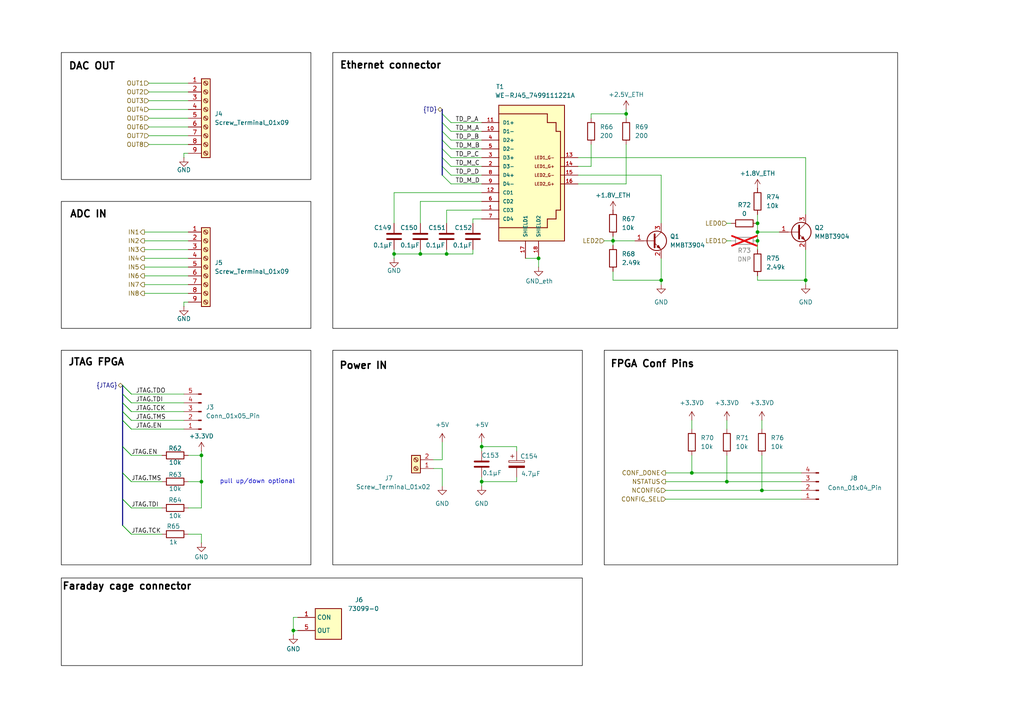
<source format=kicad_sch>
(kicad_sch (version 20250114) (generator "eeschema") (generator_version "9.0")
  (paper "A4")
  (lib_symbols
    (symbol "Connector:Conn_01x04_Pin" (pin_names (offset 1.016) (hide yes))
      (property "Reference" "J" (at 0 5.08 0))
      (property "Value" "Conn_01x04_Pin" (at 0 -7.62 0))
      (symbol "Conn_01x04_Pin_1_1"
        (rectangle (start 0.8636 2.667) (end 0 2.413) (stroke (width 0.1524)) (fill (type outline)))
        (rectangle (start 0.8636 0.127) (end 0 -0.127) (stroke (width 0.1524)) (fill (type outline)))
        (rectangle (start 0.8636 -2.413) (end 0 -2.667) (stroke (width 0.1524)) (fill (type outline)))
        (rectangle (start 0.8636 -4.953) (end 0 -5.207) (stroke (width 0.1524)) (fill (type outline)))
        (polyline (pts (xy 1.27 2.54) (xy 0.8636 2.54)) (stroke (width 0.1524)))
        (polyline (pts (xy 1.27 0) (xy 0.8636 0)) (stroke (width 0.1524)))
        (polyline (pts (xy 1.27 -2.54) (xy 0.8636 -2.54)) (stroke (width 0.1524)))
        (polyline (pts (xy 1.27 -5.08) (xy 0.8636 -5.08)) (stroke (width 0.1524)))
        (pin passive line (at 5.08 2.54 180) (length 3.81) (name "Pin_1") (number "1"))
        (pin passive line (at 5.08 0 180) (length 3.81) (name "Pin_2") (number "2"))
        (pin passive line (at 5.08 -2.54 180) (length 3.81) (name "Pin_3") (number "3"))
        (pin passive line (at 5.08 -5.08 180) (length 3.81) (name "Pin_4") (number "4"))
      )
    )
    (symbol "Connector:Conn_01x05_Pin" (pin_names (offset 1.016) (hide yes))
      (property "Reference" "J" (at 0 7.62 0))
      (property "Value" "Conn_01x05_Pin" (at 0 -7.62 0))
      (symbol "Conn_01x05_Pin_1_1"
        (rectangle (start 0.8636 5.207) (end 0 4.953) (stroke (width 0.1524)) (fill (type outline)))
        (rectangle (start 0.8636 2.667) (end 0 2.413) (stroke (width 0.1524)) (fill (type outline)))
        (rectangle (start 0.8636 0.127) (end 0 -0.127) (stroke (width 0.1524)) (fill (type outline)))
        (rectangle (start 0.8636 -2.413) (end 0 -2.667) (stroke (width 0.1524)) (fill (type outline)))
        (rectangle (start 0.8636 -4.953) (end 0 -5.207) (stroke (width 0.1524)) (fill (type outline)))
        (polyline (pts (xy 1.27 5.08) (xy 0.8636 5.08)) (stroke (width 0.1524)))
        (polyline (pts (xy 1.27 2.54) (xy 0.8636 2.54)) (stroke (width 0.1524)))
        (polyline (pts (xy 1.27 0) (xy 0.8636 0)) (stroke (width 0.1524)))
        (polyline (pts (xy 1.27 -2.54) (xy 0.8636 -2.54)) (stroke (width 0.1524)))
        (polyline (pts (xy 1.27 -5.08) (xy 0.8636 -5.08)) (stroke (width 0.1524)))
        (pin passive line (at 5.08 5.08 180) (length 3.81) (name "Pin_1") (number "1"))
        (pin passive line (at 5.08 2.54 180) (length 3.81) (name "Pin_2") (number "2"))
        (pin passive line (at 5.08 0 180) (length 3.81) (name "Pin_3") (number "3"))
        (pin passive line (at 5.08 -2.54 180) (length 3.81) (name "Pin_4") (number "4"))
        (pin passive line (at 5.08 -5.08 180) (length 3.81) (name "Pin_5") (number "5"))
      )
    )
    (symbol "Connector:Screw_Terminal_01x02" (pin_names (offset 1.016) (hide yes))
      (property "Reference" "J6" (at 7.874 2.794 0))
      (property "Value" "Screw_Terminal_01x02" (at 6.604 5.334 0))
      (symbol "Screw_Terminal_01x02_1_1"
        (rectangle (start -1.27 1.27) (end 1.27 -3.81) (stroke (width 0.254)) (fill (type background)))
        (polyline (pts (xy -0.5334 0.3302) (xy 0.3302 -0.508)) (stroke (width 0.1524)))
        (polyline (pts (xy -0.5334 -2.2098) (xy 0.3302 -3.048)) (stroke (width 0.1524)))
        (polyline (pts (xy -0.3556 0.508) (xy 0.508 -0.3302)) (stroke (width 0.1524)))
        (polyline (pts (xy -0.3556 -2.032) (xy 0.508 -2.8702)) (stroke (width 0.1524)))
        (circle (center 0 0) (radius 0.635) (stroke (width 0.1524)))
        (circle (center 0 -2.54) (radius 0.635) (stroke (width 0.1524)))
        (pin power_out line (at -5.08 0 0) (length 3.81) (name "Pin_1") (number "1"))
        (pin power_out line (at -5.08 -2.54 0) (length 3.81) (name "Pin_2") (number "2"))
      )
    )
    (symbol "Connector:Screw_Terminal_01x09" (pin_names (offset 1.016) (hide yes))
      (property "Reference" "J" (at 0 12.7 0))
      (property "Value" "Screw_Terminal_01x09" (at 0 -12.7 0))
      (symbol "Screw_Terminal_01x09_1_1"
        (rectangle (start -1.27 11.43) (end 1.27 -11.43) (stroke (width 0.254)) (fill (type background)))
        (polyline (pts (xy -0.5334 10.4902) (xy 0.3302 9.652)) (stroke (width 0.1524)))
        (polyline (pts (xy -0.5334 7.9502) (xy 0.3302 7.112)) (stroke (width 0.1524)))
        (polyline (pts (xy -0.5334 5.4102) (xy 0.3302 4.572)) (stroke (width 0.1524)))
        (polyline (pts (xy -0.5334 2.8702) (xy 0.3302 2.032)) (stroke (width 0.1524)))
        (polyline (pts (xy -0.5334 0.3302) (xy 0.3302 -0.508)) (stroke (width 0.1524)))
        (polyline (pts (xy -0.5334 -2.2098) (xy 0.3302 -3.048)) (stroke (width 0.1524)))
        (polyline (pts (xy -0.5334 -4.7498) (xy 0.3302 -5.588)) (stroke (width 0.1524)))
        (polyline (pts (xy -0.5334 -7.2898) (xy 0.3302 -8.128)) (stroke (width 0.1524)))
        (polyline (pts (xy -0.5334 -9.8298) (xy 0.3302 -10.668)) (stroke (width 0.1524)))
        (polyline (pts (xy -0.3556 10.668) (xy 0.508 9.8298)) (stroke (width 0.1524)))
        (polyline (pts (xy -0.3556 8.128) (xy 0.508 7.2898)) (stroke (width 0.1524)))
        (polyline (pts (xy -0.3556 5.588) (xy 0.508 4.7498)) (stroke (width 0.1524)))
        (polyline (pts (xy -0.3556 3.048) (xy 0.508 2.2098)) (stroke (width 0.1524)))
        (polyline (pts (xy -0.3556 0.508) (xy 0.508 -0.3302)) (stroke (width 0.1524)))
        (polyline (pts (xy -0.3556 -2.032) (xy 0.508 -2.8702)) (stroke (width 0.1524)))
        (polyline (pts (xy -0.3556 -4.572) (xy 0.508 -5.4102)) (stroke (width 0.1524)))
        (polyline (pts (xy -0.3556 -7.112) (xy 0.508 -7.9502)) (stroke (width 0.1524)))
        (polyline (pts (xy -0.3556 -9.652) (xy 0.508 -10.4902)) (stroke (width 0.1524)))
        (circle (center 0 10.16) (radius 0.635) (stroke (width 0.1524)))
        (circle (center 0 7.62) (radius 0.635) (stroke (width 0.1524)))
        (circle (center 0 5.08) (radius 0.635) (stroke (width 0.1524)))
        (circle (center 0 2.54) (radius 0.635) (stroke (width 0.1524)))
        (circle (center 0 0) (radius 0.635) (stroke (width 0.1524)))
        (circle (center 0 -2.54) (radius 0.635) (stroke (width 0.1524)))
        (circle (center 0 -5.08) (radius 0.635) (stroke (width 0.1524)))
        (circle (center 0 -7.62) (radius 0.635) (stroke (width 0.1524)))
        (circle (center 0 -10.16) (radius 0.635) (stroke (width 0.1524)))
        (pin passive line (at -5.08 10.16 0) (length 3.81) (name "Pin_1") (number "1"))
        (pin passive line (at -5.08 7.62 0) (length 3.81) (name "Pin_2") (number "2"))
        (pin passive line (at -5.08 5.08 0) (length 3.81) (name "Pin_3") (number "3"))
        (pin passive line (at -5.08 2.54 0) (length 3.81) (name "Pin_4") (number "4"))
        (pin passive line (at -5.08 0 0) (length 3.81) (name "Pin_5") (number "5"))
        (pin passive line (at -5.08 -2.54 0) (length 3.81) (name "Pin_6") (number "6"))
        (pin passive line (at -5.08 -5.08 0) (length 3.81) (name "Pin_7") (number "7"))
        (pin passive line (at -5.08 -7.62 0) (length 3.81) (name "Pin_8") (number "8"))
        (pin passive line (at -5.08 -10.16 0) (length 3.81) (name "Pin_9") (number "9"))
      )
    )
    (symbol "Device:C" (pin_numbers (hide yes)) (pin_names (offset 0.254))
      (property "Reference" "C" (at 0.635 2.54 0))
      (property "Value" "C" (at 0.635 -2.54 0))
      (symbol "C_0_1"
        (polyline (pts (xy -2.032 0.762) (xy 2.032 0.762)) (stroke (width 0.508)))
        (polyline (pts (xy -2.032 -0.762) (xy 2.032 -0.762)) (stroke (width 0.508)))
      )
      (symbol "C_1_1"
        (pin passive line (at 0 3.81 270) (length 2.794) (name "~") (number "1"))
        (pin passive line (at 0 -3.81 90) (length 2.794) (name "~") (number "2"))
      )
    )
    (symbol "Device:C_Polarized" (pin_numbers (hide yes)) (pin_names (offset 0.254))
      (property "Reference" "C" (at 0.635 2.54 0))
      (property "Value" "C_Polarized" (at 0.635 -2.54 0))
      (symbol "C_Polarized_0_1"
        (rectangle (start -2.286 0.508) (end 2.286 1.016))
        (polyline (pts (xy -1.778 2.286) (xy -0.762 2.286)))
        (polyline (pts (xy -1.27 2.794) (xy -1.27 1.778)))
        (rectangle (start 2.286 -0.508) (end -2.286 -1.016) (fill (type outline)))
      )
      (symbol "C_Polarized_1_1"
        (pin passive line (at 0 3.81 270) (length 2.794) (name "~") (number "1"))
        (pin passive line (at 0 -3.81 90) (length 2.794) (name "~") (number "2"))
      )
    )
    (symbol "Device:R" (pin_numbers (hide yes)) (pin_names (offset 0))
      (property "Reference" "R" (at 2.032 0 90))
      (property "Value" "R" (at 0 0 90))
      (symbol "R_0_1"
        (rectangle (start -1.016 -2.54) (end 1.016 2.54) (stroke (width 0.254)))
      )
      (symbol "R_1_1"
        (pin passive line (at 0 3.81 270) (length 1.27) (name "~") (number "1"))
        (pin passive line (at 0 -3.81 90) (length 1.27) (name "~") (number "2"))
      )
    )
    (symbol "SamacSys_Parts:73099-0"
      (property "Reference" "J1" (at 17.78 5.08 0))
      (property "Value" "73099-0" (at 19.05 2.54 0))
      (symbol "73099-0_1_1"
        (rectangle (start 5.08 2.54) (end 12.7 -6.35) (stroke (width 0.254)) (fill (type background)))
        (pin passive line (at 0 0 0) (length 5.08) (name "CON") (number "1"))
        (pin passive line (at 0 0 0) (length 5.08) (hide yes) (name "2") (number "2"))
        (pin passive line (at 0 0 0) (length 5.08) (hide yes) (name "3") (number "3"))
        (pin passive line (at 0 0 0) (length 5.08) (hide yes) (name "4") (number "4"))
        (pin passive line (at 0 -3.81 0) (length 5.08) (name "OUT") (number "5"))
      )
    )
    (symbol "Transistor_BJT:MMBT3904" (pin_names (offset 0) (hide yes))
      (property "Reference" "Q" (at 5.08 1.905 0))
      (property "Value" "MMBT3904" (at 5.08 0 0))
      (symbol "MMBT3904_0_1"
        (polyline (pts (xy -2.54 0) (xy 0.635 0)))
        (polyline (pts (xy 0.635 1.905) (xy 0.635 -1.905)) (stroke (width 0.508)))
        (circle (center 1.27 0) (radius 2.8194) (stroke (width 0.254)))
      )
      (symbol "MMBT3904_1_1"
        (polyline (pts (xy 0.635 0.635) (xy 2.54 2.54)))
        (polyline (pts (xy 0.635 -0.635) (xy 2.54 -2.54)))
        (polyline (pts (xy 1.27 -1.778) (xy 1.778 -1.27) (xy 2.286 -2.286) (xy 1.27 -1.778)) (fill (type outline)))
        (pin input line (at -5.08 0 0) (length 2.54) (name "B") (number "1"))
        (pin passive line (at 2.54 5.08 270) (length 2.54) (name "C") (number "3"))
        (pin passive line (at 2.54 -5.08 90) (length 2.54) (name "E") (number "2"))
      )
    )
    (symbol "WE-RJ45_7499111221A:WE-RJ45_7499111221A" (pin_names (offset 1.016))
      (property "Reference" "T1" (at -7.366 25.654 0))
      (property "Value" "WE-RJ45_7499111221A" (at 2.794 23.114 0))
      (symbol "WE-RJ45_7499111221A_0_0"
        (rectangle (start -7.7295 20.2762) (end 11.3205 -19.0938) (stroke (width 0.254)) (fill (type background)))
        (polyline (pts (xy -7.62 17.78) (xy 6.35 17.78)) (stroke (width 0.254)))
        (polyline (pts (xy 6.35 17.78) (xy 6.35 15.24)) (stroke (width 0.254)))
        (polyline (pts (xy 6.35 15.24) (xy 8.89 15.24)) (stroke (width 0.254)))
        (polyline (pts (xy 6.35 -12.7) (xy 8.89 -12.7)) (stroke (width 0.254)))
        (polyline (pts (xy 6.35 -15.24) (xy -7.62 -15.24)) (stroke (width 0.254)))
        (polyline (pts (xy 6.35 -15.24) (xy 6.35 -12.7)) (stroke (width 0.254)))
        (polyline (pts (xy 8.89 15.24) (xy 8.89 12.7)) (stroke (width 0.254)))
        (polyline (pts (xy 8.89 12.7) (xy 10.16 12.7)) (stroke (width 0.254)))
        (polyline (pts (xy 8.89 -10.16) (xy 10.16 -10.16)) (stroke (width 0.254)))
        (polyline (pts (xy 8.89 -12.7) (xy 8.89 -10.16)) (stroke (width 0.254)))
        (polyline (pts (xy 10.16 12.7) (xy 10.16 -10.16)) (stroke (width 0.254)))
        (text "LED1_G-" (at 2.54 5.08 0) (effects (font (size 0.8636 0.8636)) (justify left)))
        (text "LED1_G+" (at 2.54 2.54 0) (effects (font (size 0.8636 0.8636)) (justify left)))
        (text "LED2_G-" (at 2.54 0 0) (effects (font (size 0.8636 0.8636)) (justify left)))
        (text "LED2_G+" (at 2.54 -2.54 0) (effects (font (size 0.8636 0.8636)) (justify left)))
        (pin passive line (at -12.7 15.24 0) (length 5.08) (name "D1+") (number "11"))
        (pin passive line (at -12.7 12.7 0) (length 5.08) (name "D1-") (number "10"))
        (pin passive line (at -12.7 10.16 0) (length 5.08) (name "D2+") (number "4"))
        (pin passive line (at -12.7 7.62 0) (length 5.08) (name "D2-") (number "5"))
        (pin passive line (at -12.7 5.08 0) (length 5.08) (name "D3+") (number "3"))
        (pin passive line (at -12.7 2.54 0) (length 5.08) (name "D3-") (number "2"))
        (pin passive line (at -12.7 0 0) (length 5.08) (name "D4+") (number "8"))
        (pin passive line (at -12.7 -2.54 0) (length 5.08) (name "D4-") (number "9"))
        (pin passive line (at -12.7 -5.08 0) (length 5.08) (name "CD1") (number "12"))
        (pin passive line (at -12.7 -7.62 0) (length 5.08) (name "CD2") (number "6"))
        (pin passive line (at -12.7 -10.16 0) (length 5.08) (name "CD3") (number "1"))
        (pin passive line (at -12.7 -12.7 0) (length 5.08) (name "CD4") (number "7"))
        (pin passive line (at 15.24 5.08 180) (length 5.08) (name "~") (number "13"))
        (pin passive line (at 15.24 2.54 180) (length 5.08) (name "~") (number "14"))
        (pin passive line (at 15.24 0 180) (length 5.08) (name "~") (number "15"))
        (pin passive line (at 15.24 -2.54 180) (length 5.08) (name "~") (number "16"))
      )
      (symbol "WE-RJ45_7499111221A_1_0"
        (pin passive line (at 0 -24.13 90) (length 5.08) (name "SHIELD1") (number "17"))
        (pin passive line (at 3.81 -24.13 90) (length 5.08) (name "SHIELD2") (number "18"))
      )
    )
    (symbol "power:+1V8" (power) (pin_numbers (hide yes)) (pin_names (offset 0) (hide yes))
      (property "Value" "+1V8" (at 0 3.556 0))
      (symbol "+1V8_0_1"
        (polyline (pts (xy -0.762 1.27) (xy 0 2.54)))
        (polyline (pts (xy 0 2.54) (xy 0.762 1.27)))
        (polyline (pts (xy 0 0) (xy 0 2.54)))
      )
      (symbol "+1V8_1_1"
        (pin power_in line (at 0 0 90) (length 0) (name "~") (number "1"))
      )
    )
    (symbol "power:+3.3V" (power) (pin_numbers (hide yes)) (pin_names (offset 0) (hide yes))
      (property "Value" "+3.3V" (at 0 3.556 0))
      (symbol "+3.3V_0_1"
        (polyline (pts (xy -0.762 1.27) (xy 0 2.54)))
        (polyline (pts (xy 0 2.54) (xy 0.762 1.27)))
        (polyline (pts (xy 0 0) (xy 0 2.54)))
      )
      (symbol "+3.3V_1_1"
        (pin power_in line (at 0 0 90) (length 0) (name "~") (number "1"))
      )
    )
    (symbol "power:+5V" (power) (pin_numbers (hide yes)) (pin_names (offset 0) (hide yes))
      (property "Value" "+5V" (at 0 3.556 0))
      (symbol "+5V_0_1"
        (polyline (pts (xy -0.762 1.27) (xy 0 2.54)))
        (polyline (pts (xy 0 2.54) (xy 0.762 1.27)))
        (polyline (pts (xy 0 0) (xy 0 2.54)))
      )
      (symbol "+5V_1_1"
        (pin power_in line (at 0 0 90) (length 0) (name "~") (number "1"))
      )
    )
    (symbol "power:GND" (power) (pin_numbers (hide yes)) (pin_names (offset 0) (hide yes))
      (property "Value" "GND" (at 0 -3.81 0))
      (symbol "GND_0_1"
        (polyline (pts (xy 0 0) (xy 0 -1.27) (xy 1.27 -1.27) (xy 0 -2.54) (xy -1.27 -1.27) (xy 0 -1.27)))
      )
      (symbol "GND_1_1"
        (pin power_in line (at 0 0 270) (length 0) (name "~") (number "1"))
      )
    )
  )
  (text "Faraday cage connector" (at 36.83 170.18 0) (effects (font (size 2.032 2.032) (thickness 0.4064) (bold yes))))
  (text "Ethernet connector" (at 113.284 19.05 0) (effects (font (size 2.032 2.032) (thickness 0.4064) (bold yes))))
  (text "ADC IN" (at 25.654 62.23 0) (effects (font (size 2.032 2.032) (thickness 0.4064) (bold yes))))
  (text "JTAG FPGA" (at 27.94 105.156 0) (effects (font (size 2.032 2.032) (thickness 0.4064) (bold yes))))
  (text "Power IN" (at 105.41 106.172 0) (effects (font (size 2.032 2.032) (thickness 0.4064) (bold yes))))
  (text "pull up/down optional\n" (at 74.676 139.7 0) (effects (font (size 1.27 1.27))))
  (text "DAC OUT" (at 26.67 19.304 0) (effects (font (size 2.032 2.032) (thickness 0.4064) (bold yes))))
  (text "FPGA Conf Pins" (at 189.23 105.664 0) (effects (font (size 2.032 2.032) (thickness 0.4064) (bold yes))))
  (text_box "" (at 17.78 167.64 0) (size 151.13 25.4) (margins 0.9525 0.9525 0.9525 0.9525) (stroke (width 0) (color 0 0 0 1)) (effects (font (size 1.27 1.27)) (justify left top)))
  (text_box "" (at 17.78 15.24 0) (size 72.39 36.83) (margins 0.9525 0.9525 0.9525 0.9525) (stroke (width 0) (color 0 0 0 1)) (effects (font (size 1.27 1.27)) (justify left top)))
  (text_box "" (at 96.52 101.6 0) (size 72.39 62.23) (margins 0.9525 0.9525 0.9525 0.9525) (stroke (width 0) (color 0 0 0 1)) (effects (font (size 1.27 1.27)) (justify left top)))
  (text_box "" (at 17.78 58.42 0) (size 72.39 36.83) (margins 0.9525 0.9525 0.9525 0.9525) (stroke (width 0) (color 0 0 0 1)) (effects (font (size 1.27 1.27)) (justify left top)))
  (text_box "" (at 96.52 15.24 0) (size 163.83 80.01) (margins 0.9525 0.9525 0.9525 0.9525) (stroke (width 0) (color 0 0 0 1)) (effects (font (size 1.27 1.27)) (justify left top)))
  (text_box "" (at 175.26 101.6 0) (size 85.09 62.23) (margins 0.9525 0.9525 0.9525 0.9525) (stroke (width 0) (color 0 0 0 1)) (effects (font (size 1.27 1.27)) (justify left top)))
  (text_box "" (at 17.78 101.6 0) (size 72.39 62.23) (margins 0.9525 0.9525 0.9525 0.9525) (stroke (width 0) (color 0 0 0 1)) (effects (font (size 1.27 1.27)) (justify left top)))
  (junction (at 219.71 69.85))
  (junction (at 58.42 132.08))
  (junction (at 191.77 81.28))
  (junction (at 114.3 73.66))
  (junction (at 200.66 137.16))
  (junction (at 219.71 67.31))
  (junction (at 219.71 64.77))
  (junction (at 139.7 139.7))
  (junction (at 210.82 139.7))
  (junction (at 139.7 129.54))
  (junction (at 220.98 142.24))
  (junction (at 181.61 33.02))
  (junction (at 121.92 73.66))
  (junction (at 177.8 69.85))
  (junction (at 58.42 139.7))
  (junction (at 156.21 74.93))
  (junction (at 129.54 73.66))
  (junction (at 233.68 81.28))
  (junction (at 85.09 182.88))
  (bus_entry (at 128.27 35.56) (size 2.54 2.54))
  (bus_entry (at 128.27 50.8) (size 2.54 2.54))
  (bus_entry (at 35.56 116.84) (size 2.54 2.54))
  (bus_entry (at 35.56 114.3) (size 2.54 2.54))
  (bus_entry (at 128.27 38.1) (size 2.54 2.54))
  (bus_entry (at 35.56 119.38) (size 2.54 2.54))
  (bus_entry (at 35.56 152.4) (size 2.54 2.54))
  (bus_entry (at 128.27 48.26) (size 2.54 2.54))
  (bus_entry (at 128.27 45.72) (size 2.54 2.54))
  (bus_entry (at 35.56 137.16) (size 2.54 2.54))
  (bus_entry (at 35.56 144.78) (size 2.54 2.54))
  (bus_entry (at 35.56 111.76) (size 2.54 2.54))
  (bus_entry (at 35.56 129.54) (size 2.54 2.54))
  (bus_entry (at 35.56 114.3) (size 2.54 2.54))
  (bus_entry (at 35.56 121.92) (size 2.54 2.54))
  (bus_entry (at 35.56 121.92) (size 2.54 2.54))
  (bus_entry (at 35.56 152.4) (size 2.54 2.54))
  (bus_entry (at 35.56 137.16) (size 2.54 2.54))
  (bus_entry (at 128.27 33.02) (size 2.54 2.54))
  (bus_entry (at 35.56 144.78) (size 2.54 2.54))
  (bus_entry (at 35.56 116.84) (size 2.54 2.54))
  (bus_entry (at 128.27 40.64) (size 2.54 2.54))
  (bus_entry (at 35.56 129.54) (size 2.54 2.54))
  (bus_entry (at 35.56 119.38) (size 2.54 2.54))
  (bus_entry (at 35.56 111.76) (size 2.54 2.54))
  (bus_entry (at 128.27 43.18) (size 2.54 2.54))
  (bus (pts (xy 35.56 114.3) (xy 35.56 116.84)))
  (wire (pts (xy 130.81 48.26) (xy 139.7 48.26)))
  (wire (pts (xy 167.64 50.8) (xy 191.77 50.8)))
  (wire (pts (xy 41.91 85.09) (xy 54.61 85.09)))
  (wire (pts (xy 58.42 157.48) (xy 58.42 154.94)))
  (wire (pts (xy 220.98 142.24) (xy 232.41 142.24)))
  (bus (pts (xy 35.56 119.38) (xy 35.56 121.92)))
  (wire (pts (xy 171.45 33.02) (xy 181.61 33.02)))
  (wire (pts (xy 38.1 119.38) (xy 53.34 119.38)))
  (wire (pts (xy 200.66 121.92) (xy 200.66 124.46)))
  (wire (pts (xy 130.81 45.72) (xy 139.7 45.72)))
  (wire (pts (xy 54.61 34.29) (xy 43.18 34.29)))
  (wire (pts (xy 121.92 73.66) (xy 129.54 73.66)))
  (wire (pts (xy 41.91 77.47) (xy 54.61 77.47)))
  (wire (pts (xy 181.61 53.34) (xy 167.64 53.34)))
  (wire (pts (xy 177.8 81.28) (xy 191.77 81.28)))
  (wire (pts (xy 193.04 137.16) (xy 200.66 137.16)))
  (wire (pts (xy 219.71 67.31) (xy 226.06 67.31)))
  (bus (pts (xy 128.27 43.18) (xy 128.27 45.72)))
  (wire (pts (xy 139.7 140.97) (xy 139.7 139.7)))
  (wire (pts (xy 38.1 147.32) (xy 46.99 147.32)))
  (wire (pts (xy 38.1 121.92) (xy 53.34 121.92)))
  (wire (pts (xy 156.21 74.93) (xy 156.21 77.47)))
  (wire (pts (xy 171.45 41.91) (xy 171.45 48.26)))
  (wire (pts (xy 86.36 182.88) (xy 85.09 182.88)))
  (wire (pts (xy 125.73 133.35) (xy 128.27 133.35)))
  (wire (pts (xy 43.18 36.83) (xy 54.61 36.83)))
  (wire (pts (xy 130.81 43.18) (xy 139.7 43.18)))
  (wire (pts (xy 58.42 132.08) (xy 54.61 132.08)))
  (wire (pts (xy 220.98 121.92) (xy 220.98 124.46)))
  (wire (pts (xy 219.71 67.31) (xy 219.71 69.85)))
  (wire (pts (xy 129.54 73.66) (xy 137.16 73.66)))
  (wire (pts (xy 129.54 60.96) (xy 139.7 60.96)))
  (wire (pts (xy 139.7 139.7) (xy 139.7 138.43)))
  (bus (pts (xy 128.27 40.64) (xy 128.27 43.18)))
  (wire (pts (xy 43.18 41.91) (xy 54.61 41.91)))
  (wire (pts (xy 219.71 81.28) (xy 219.71 80.01)))
  (wire (pts (xy 41.91 74.93) (xy 54.61 74.93)))
  (wire (pts (xy 130.81 35.56) (xy 139.7 35.56)))
  (wire (pts (xy 43.18 39.37) (xy 54.61 39.37)))
  (wire (pts (xy 177.8 69.85) (xy 184.15 69.85)))
  (wire (pts (xy 139.7 63.5) (xy 137.16 63.5)))
  (bus (pts (xy 128.27 48.26) (xy 128.27 50.8)))
  (wire (pts (xy 53.34 87.63) (xy 53.34 88.9)))
  (wire (pts (xy 130.81 40.64) (xy 139.7 40.64)))
  (wire (pts (xy 129.54 60.96) (xy 129.54 64.77)))
  (wire (pts (xy 130.81 53.34) (xy 139.7 53.34)))
  (wire (pts (xy 177.8 69.85) (xy 177.8 71.12)))
  (wire (pts (xy 114.3 73.66) (xy 114.3 72.39)))
  (wire (pts (xy 41.91 69.85) (xy 54.61 69.85)))
  (wire (pts (xy 191.77 82.55) (xy 191.77 81.28)))
  (wire (pts (xy 193.04 139.7) (xy 210.82 139.7)))
  (wire (pts (xy 58.42 154.94) (xy 54.61 154.94)))
  (bus (pts (xy 35.56 144.78) (xy 35.56 152.4)))
  (wire (pts (xy 53.34 87.63) (xy 54.61 87.63)))
  (bus (pts (xy 128.27 45.72) (xy 128.27 48.26)))
  (wire (pts (xy 114.3 55.88) (xy 139.7 55.88)))
  (wire (pts (xy 139.7 128.27) (xy 139.7 129.54)))
  (wire (pts (xy 149.86 130.81) (xy 149.86 129.54)))
  (wire (pts (xy 54.61 139.7) (xy 58.42 139.7)))
  (wire (pts (xy 171.45 48.26) (xy 167.64 48.26)))
  (wire (pts (xy 220.98 132.08) (xy 220.98 142.24)))
  (wire (pts (xy 38.1 124.46) (xy 53.34 124.46)))
  (wire (pts (xy 181.61 41.91) (xy 181.61 53.34)))
  (wire (pts (xy 41.91 67.31) (xy 54.61 67.31)))
  (wire (pts (xy 130.81 50.8) (xy 139.7 50.8)))
  (wire (pts (xy 233.68 82.55) (xy 233.68 81.28)))
  (wire (pts (xy 175.26 69.85) (xy 177.8 69.85)))
  (wire (pts (xy 210.82 121.92) (xy 210.82 124.46)))
  (wire (pts (xy 152.4 74.93) (xy 156.21 74.93)))
  (wire (pts (xy 54.61 147.32) (xy 58.42 147.32)))
  (wire (pts (xy 167.64 45.72) (xy 233.68 45.72)))
  (wire (pts (xy 54.61 44.45) (xy 53.34 44.45)))
  (wire (pts (xy 130.81 38.1) (xy 139.7 38.1)))
  (wire (pts (xy 171.45 33.02) (xy 171.45 34.29)))
  (wire (pts (xy 38.1 114.3) (xy 53.34 114.3)))
  (bus (pts (xy 35.56 111.76) (xy 35.56 114.3)))
  (wire (pts (xy 137.16 73.66) (xy 137.16 72.39)))
  (wire (pts (xy 85.09 179.07) (xy 85.09 182.88)))
  (wire (pts (xy 219.71 81.28) (xy 233.68 81.28)))
  (wire (pts (xy 38.1 154.94) (xy 46.99 154.94)))
  (wire (pts (xy 125.73 135.89) (xy 128.27 135.89)))
  (wire (pts (xy 149.86 138.43) (xy 149.86 139.7)))
  (wire (pts (xy 191.77 81.28) (xy 191.77 74.93)))
  (wire (pts (xy 114.3 73.66) (xy 121.92 73.66)))
  (wire (pts (xy 200.66 137.16) (xy 232.41 137.16)))
  (wire (pts (xy 139.7 129.54) (xy 139.7 130.81)))
  (wire (pts (xy 233.68 81.28) (xy 233.68 72.39)))
  (wire (pts (xy 137.16 63.5) (xy 137.16 64.77)))
  (wire (pts (xy 43.18 31.75) (xy 54.61 31.75)))
  (wire (pts (xy 121.92 58.42) (xy 139.7 58.42)))
  (bus (pts (xy 35.56 137.16) (xy 35.56 144.78)))
  (bus (pts (xy 128.27 35.56) (xy 128.27 38.1)))
  (wire (pts (xy 43.18 24.13) (xy 54.61 24.13)))
  (wire (pts (xy 38.1 139.7) (xy 46.99 139.7)))
  (bus (pts (xy 128.27 38.1) (xy 128.27 40.64)))
  (wire (pts (xy 210.82 64.77) (xy 212.09 64.77)))
  (wire (pts (xy 58.42 132.08) (xy 58.42 139.7)))
  (wire (pts (xy 191.77 50.8) (xy 191.77 64.77)))
  (wire (pts (xy 210.82 69.85) (xy 212.09 69.85)))
  (wire (pts (xy 41.91 80.01) (xy 54.61 80.01)))
  (wire (pts (xy 219.71 69.85) (xy 219.71 72.39)))
  (wire (pts (xy 181.61 31.75) (xy 181.61 33.02)))
  (wire (pts (xy 85.09 182.88) (xy 85.09 184.15)))
  (wire (pts (xy 58.42 130.81) (xy 58.42 132.08)))
  (wire (pts (xy 210.82 139.7) (xy 232.41 139.7)))
  (wire (pts (xy 114.3 74.93) (xy 114.3 73.66)))
  (wire (pts (xy 177.8 81.28) (xy 177.8 78.74)))
  (wire (pts (xy 210.82 132.08) (xy 210.82 139.7)))
  (wire (pts (xy 219.71 62.23) (xy 219.71 64.77)))
  (bus (pts (xy 35.56 116.84) (xy 35.56 119.38)))
  (wire (pts (xy 43.18 29.21) (xy 54.61 29.21)))
  (wire (pts (xy 86.36 179.07) (xy 85.09 179.07)))
  (wire (pts (xy 38.1 132.08) (xy 46.99 132.08)))
  (wire (pts (xy 128.27 133.35) (xy 128.27 128.27)))
  (wire (pts (xy 149.86 129.54) (xy 139.7 129.54)))
  (wire (pts (xy 200.66 132.08) (xy 200.66 137.16)))
  (wire (pts (xy 121.92 58.42) (xy 121.92 64.77)))
  (wire (pts (xy 41.91 72.39) (xy 54.61 72.39)))
  (wire (pts (xy 193.04 144.78) (xy 232.41 144.78)))
  (bus (pts (xy 128.27 33.02) (xy 128.27 35.56)))
  (wire (pts (xy 38.1 116.84) (xy 53.34 116.84)))
  (wire (pts (xy 41.91 82.55) (xy 54.61 82.55)))
  (wire (pts (xy 193.04 142.24) (xy 220.98 142.24)))
  (wire (pts (xy 58.42 139.7) (xy 58.42 147.32)))
  (wire (pts (xy 114.3 55.88) (xy 114.3 64.77)))
  (bus (pts (xy 128.27 31.75) (xy 128.27 33.02)))
  (wire (pts (xy 121.92 73.66) (xy 121.92 72.39)))
  (wire (pts (xy 181.61 33.02) (xy 181.61 34.29)))
  (wire (pts (xy 43.18 26.67) (xy 54.61 26.67)))
  (wire (pts (xy 177.8 68.58) (xy 177.8 69.85)))
  (wire (pts (xy 219.71 64.77) (xy 219.71 67.31)))
  (wire (pts (xy 53.34 44.45) (xy 53.34 45.72)))
  (wire (pts (xy 149.86 139.7) (xy 139.7 139.7)))
  (wire (pts (xy 129.54 73.66) (xy 129.54 72.39)))
  (wire (pts (xy 233.68 45.72) (xy 233.68 62.23)))
  (wire (pts (xy 128.27 135.89) (xy 128.27 140.97)))
  (bus (pts (xy 35.56 121.92) (xy 35.56 129.54)))
  (bus (pts (xy 35.56 129.54) (xy 35.56 137.16)))
  (label "JTAG.TDI" (at 39.37 116.84 0))
  (label "TD_P_A" (at 132.08 35.56 0))
  (label "TD_M_A" (at 132.08 38.1 0))
  (label "JTAG.EN" (at 39.37 124.46 0))
  (label "TD_P_D" (at 132.08 50.8 0))
  (label "TD_M_C" (at 132.08 48.26 0))
  (label "JTAG.TDO" (at 39.37 114.3 0))
  (label "JTAG.TCK" (at 38.1 154.94 0))
  (label "JTAG.TDI" (at 38.1 147.32 0))
  (label "JTAG.TMS" (at 38.1 139.7 0))
  (label "TD_P_B" (at 132.08 40.64 0))
  (label "JTAG.EN" (at 38.1 132.08 0))
  (label "TD_P_C" (at 132.08 45.72 0))
  (label "JTAG.TCK" (at 39.37 119.38 0))
  (label "JTAG.TMS" (at 39.37 121.92 0))
  (label "TD_M_D" (at 132.08 53.34 0))
  (label "TD_M_B" (at 132.08 43.18 0))
  (hierarchical_label "LED2" (shape input) (at 175.26 69.85 180))
  (hierarchical_label "IN5" (shape output) (at 41.91 77.47 180))
  (hierarchical_label "CONFIG_SEL" (shape input) (at 193.04 144.78 180))
  (hierarchical_label "OUT2" (shape input) (at 43.18 26.67 180))
  (hierarchical_label "OUT6" (shape input) (at 43.18 36.83 180))
  (hierarchical_label "OUT7" (shape input) (at 43.18 39.37 180))
  (hierarchical_label "LED1" (shape input) (at 210.82 69.85 180))
  (hierarchical_label "IN8" (shape output) (at 41.91 85.09 180))
  (hierarchical_label "IN7" (shape output) (at 41.91 82.55 180))
  (hierarchical_label "{JTAG}" (shape bidirectional) (at 35.56 111.76 180))
  (hierarchical_label "OUT8" (shape input) (at 43.18 41.91 180))
  (hierarchical_label "OUT1" (shape input) (at 43.18 24.13 180))
  (hierarchical_label "OUT4" (shape input) (at 43.18 31.75 180))
  (hierarchical_label "NCONFIG" (shape input) (at 193.04 142.24 180))
  (hierarchical_label "{TD}" (shape bidirectional) (at 128.27 31.75 180))
  (hierarchical_label "IN4" (shape output) (at 41.91 74.93 180))
  (hierarchical_label "NSTATUS" (shape output) (at 193.04 139.7 180))
  (hierarchical_label "LED0" (shape input) (at 210.82 64.77 180))
  (hierarchical_label "IN2" (shape output) (at 41.91 69.85 180))
  (hierarchical_label "CONF_DONE" (shape output) (at 193.04 137.16 180))
  (hierarchical_label "OUT5" (shape input) (at 43.18 34.29 180))
  (hierarchical_label "IN1" (shape output) (at 41.91 67.31 180))
  (hierarchical_label "IN6" (shape output) (at 41.91 80.01 180))
  (hierarchical_label "OUT3" (shape input) (at 43.18 29.21 180))
  (hierarchical_label "IN3" (shape output) (at 41.91 72.39 180))
  (symbol (lib_id "Connector:Screw_Terminal_01x09") (at 59.69 34.29 0) (unit 1)
    (property "Reference" "J4" (at 62.23 33.0199 0) (effects (justify left)))
    (property "Value" "Screw_Terminal_01x09" (at 62.23 35.5599 0) (effects (justify left)))
    (property "Footprint" "TerminalBlock_Phoenix:TerminalBlock_Phoenix_MKDS-1,5-9-5.08_1x09_P5.08mm_Horizontal" (effects (hide yes)))
    (property "Description" "Generic screw terminal, single row, 01x09, script generated (kicad-library-utils/schlib/autogen/connector/)" (effects (hide yes)))
  )
  (symbol (lib_id "Device:C") (at 139.7 134.62 180) (unit 1)
    (property "Reference" "C153" (at 144.78 132.08 0) (effects (justify left)))
    (property "Value" "0.1µF" (at 145.5269 137.1633 0) (effects (justify left)))
    (property "Footprint" "Capacitor_SMD:C_0402_1005Metric" (effects (hide yes)))
    (property "Fab Reference" "GPC0603225-10-X7R" (effects (hide yes)))
    (property "Footprint Revised" "Yes" (effects (hide yes)))
  )
  (symbol (lib_id "Device:C") (at 121.92 68.58 0) (unit 1)
    (property "Reference" "C150" (at 116.078 66.04 0) (effects (justify left)))
    (property "Value" "0.1µF" (at 116.078 71.12 0) (effects (justify left)))
    (property "Footprint" "Capacitor_SMD:C_0402_1005Metric" (effects (hide yes)))
    (property "Description" "Unpolarized capacitor" (effects (hide yes)))
  )
  (symbol (lib_id "power:+1V8") (at 177.8 60.96 0) (unit 1)
    (property "Reference" "#PWR0197" (effects (hide yes)))
    (property "Value" "+1.8V_ETH" (at 177.8 56.642 0))
    (property "Description" "Power symbol creates a global label with name \"+1V8\"" (effects (hide yes)))
  )
  (symbol (lib_id "Device:R") (at 50.8 154.94 90) (unit 1)
    (property "Reference" "R65" (at 50.292 152.654 90))
    (property "Value" "1k" (at 50.292 157.226 90))
    (property "Footprint" "Resistor_SMD:R_0603_1608Metric" (effects (hide yes)))
    (property "Description" "Resistor" (effects (hide yes)))
  )
  (symbol (lib_id "SamacSys_Parts:73099-0") (at 86.36 179.07 0) (unit 1)
    (property "Reference" "J6" (at 104.14 173.99 0))
    (property "Value" "73099-0" (at 105.41 176.53 0))
    (property "Footprint" "SamacSys_Parts:730990" (effects (hide yes)))
    (property "Datasheet" "http://assets.edgenet.com/bc247afe-c6d3-4b5e-af4b-80e7f9cda64b" (effects (hide yes)))
    (property "Description" "Test Plugs & Test Jacks RT ANG 4mm MOUNTING SAFETY JACK PCB BLK" (effects (hide yes)))
    (property "Height" "11.5" (effects (hide yes)))
    (property "Manufacturer_Name" "Pomona Electronics" (effects (hide yes)))
    (property "Manufacturer_Part_Number" "73099-0" (effects (hide yes)))
    (property "Mouser Part Number" "565-73099-0" (effects (hide yes)))
    (property "Mouser Price/Stock" "https://www.mouser.co.uk/ProductDetail/Pomona-Electronics/73099-0?qs=B6kkDfuK7%2FDgwxUVoyhL3Q%3D%3D" (effects (hide yes)))
    (property "Arrow Part Number" "73099-0" (effects (hide yes)))
    (property "Arrow Price/Stock" "https://www.arrow.com/en/products/73099-0/pomona-electronics?region=nac" (effects (hide yes)))
  )
  (symbol (lib_id "power:+3.3V") (at 210.82 121.92 0) (unit 1)
    (property "Reference" "#PWR0201" (effects (hide yes)))
    (property "Value" "+3.3VD" (at 210.82 116.84 0))
    (property "Description" "Power symbol creates a global label with name \"+3.3V\"" (effects (hide yes)))
  )
  (symbol (lib_id "Device:C") (at 137.16 68.58 0) (unit 1)
    (property "Reference" "C152" (at 131.826 66.04 0) (effects (justify left)))
    (property "Value" "0.1µF" (at 131.318 71.12 0) (effects (justify left)))
    (property "Footprint" "Capacitor_SMD:C_0402_1005Metric" (effects (hide yes)))
    (property "Description" "Unpolarized capacitor" (effects (hide yes)))
  )
  (symbol (lib_id "power:GND") (at 114.3 74.93 0) (unit 1)
    (property "Reference" "#PWR0191" (effects (hide yes)))
    (property "Value" "GND" (at 114.3 78.486 0))
    (property "Description" "Power symbol creates a global label with name \"GND\" , ground" (effects (hide yes)))
  )
  (symbol (lib_id "Device:C_Polarized") (at 149.86 134.62 0) (unit 1)
    (property "Reference" "C154" (at 150.876 132.334 0) (effects (justify left)))
    (property "Value" "4.7µF" (at 151.13 137.414 0) (effects (justify left)))
    (property "Footprint" "Capacitor_SMD:C_0603_1608Metric" (effects (hide yes)))
    (property "Description" "Polarized capacitor" (effects (hide yes)))
  )
  (symbol (lib_id "Transistor_BJT:MMBT3904") (at 231.14 67.31 0) (unit 1)
    (property "Reference" "Q2" (at 236.22 66.0399 0) (effects (justify left)))
    (property "Value" "MMBT3904" (at 236.22 68.5799 0) (effects (justify left)))
    (property "Footprint" "Package_TO_SOT_SMD:SOT-23" (effects (hide yes)))
    (property "Datasheet" "https://www.onsemi.com/pdf/datasheet/pzt3904-d.pdf" (effects (hide yes)))
    (property "Description" "0.2A Ic, 40V Vce, Small Signal NPN Transistor, SOT-23" (effects (hide yes)))
  )
  (symbol (lib_id "power:GND") (at 139.7 140.97 0) (unit 1)
    (property "Reference" "#PWR0195" (effects (hide yes)))
    (property "Value" "GND" (at 139.7 146.05 0))
  )
  (symbol (lib_id "power:GND") (at 53.34 88.9 0) (unit 1)
    (property "Reference" "#PWR0187" (effects (hide yes)))
    (property "Value" "GND" (at 53.34 92.456 0))
    (property "Description" "Power symbol creates a global label with name \"GND\" , ground" (effects (hide yes)))
  )
  (symbol (lib_id "power:+1V8") (at 219.71 54.61 0) (unit 1)
    (property "Reference" "#PWR0202" (effects (hide yes)))
    (property "Value" "+1.8V_ETH" (at 219.71 50.292 0))
    (property "Description" "Power symbol creates a global label with name \"+1V8\"" (effects (hide yes)))
  )
  (symbol (lib_id "power:+3.3V") (at 220.98 121.92 0) (unit 1)
    (property "Reference" "#PWR0203" (effects (hide yes)))
    (property "Value" "+3.3VD" (at 220.98 116.84 0))
    (property "Description" "Power symbol creates a global label with name \"+3.3V\"" (effects (hide yes)))
  )
  (symbol (lib_id "Transistor_BJT:MMBT3904") (at 189.23 69.85 0) (unit 1)
    (property "Reference" "Q1" (at 194.31 68.5799 0) (effects (justify left)))
    (property "Value" "MMBT3904" (at 194.31 71.1199 0) (effects (justify left)))
    (property "Footprint" "Package_TO_SOT_SMD:SOT-23" (effects (hide yes)))
    (property "Datasheet" "https://www.onsemi.com/pdf/datasheet/pzt3904-d.pdf" (effects (hide yes)))
    (property "Description" "0.2A Ic, 40V Vce, Small Signal NPN Transistor, SOT-23" (effects (hide yes)))
  )
  (symbol (lib_id "power:GND") (at 191.77 82.55 0) (unit 1)
    (property "Reference" "#PWR0199" (effects (hide yes)))
    (property "Value" "GND" (at 191.77 87.63 0))
    (property "Description" "Power symbol creates a global label with name \"GND\" , ground" (effects (hide yes)))
  )
  (symbol (lib_id "Device:R") (at 171.45 38.1 0) (unit 1)
    (property "Reference" "R66" (at 173.99 36.8299 0) (effects (justify left)))
    (property "Value" "200" (at 173.99 39.3699 0) (effects (justify left)))
    (property "Footprint" "Resistor_SMD:R_0603_1608Metric" (effects (hide yes)))
    (property "Description" "Resistor" (effects (hide yes)))
  )
  (symbol (lib_id "power:+3.3V") (at 58.42 130.81 0) (unit 1)
    (property "Reference" "#PWR0188" (effects (hide yes)))
    (property "Value" "+3.3VD" (at 58.42 126.492 0))
    (property "Description" "Power symbol creates a global label with name \"+3.3V\"" (effects (hide yes)))
  )
  (symbol (lib_id "power:+1V8") (at 181.61 31.75 0) (unit 1)
    (property "Reference" "#PWR0198" (effects (hide yes)))
    (property "Value" "+2.5V_ETH" (at 181.61 27.432 0))
    (property "Description" "Power symbol creates a global label with name \"+1V8\"" (effects (hide yes)))
  )
  (symbol (lib_id "Device:R") (at 219.71 58.42 0) (unit 1)
    (property "Reference" "R74" (at 222.25 57.1499 0) (effects (justify left)))
    (property "Value" "10k" (at 222.25 59.6899 0) (effects (justify left)))
    (property "Footprint" "Resistor_SMD:R_0603_1608Metric" (effects (hide yes)))
    (property "Description" "Resistor" (effects (hide yes)))
  )
  (symbol (lib_id "Device:C") (at 114.3 68.58 0) (unit 1)
    (property "Reference" "C149" (at 108.458 66.04 0) (effects (justify left)))
    (property "Value" "0.1µF" (at 108.204 71.12 0) (effects (justify left)))
    (property "Footprint" "Capacitor_SMD:C_0402_1005Metric" (effects (hide yes)))
    (property "Description" "Unpolarized capacitor" (effects (hide yes)))
  )
  (symbol (lib_id "Device:C") (at 129.54 68.58 0) (unit 1)
    (property "Reference" "C151" (at 124.206 66.04 0) (effects (justify left)))
    (property "Value" "0.1µF" (at 123.444 71.12 0) (effects (justify left)))
    (property "Footprint" "Capacitor_SMD:C_0402_1005Metric" (effects (hide yes)))
    (property "Description" "Unpolarized capacitor" (effects (hide yes)))
  )
  (symbol (lib_id "power:GND") (at 233.68 82.55 0) (unit 1)
    (property "Reference" "#PWR0204" (effects (hide yes)))
    (property "Value" "GND" (at 233.68 87.63 0))
    (property "Description" "Power symbol creates a global label with name \"GND\" , ground" (effects (hide yes)))
  )
  (symbol (lib_id "power:+5V") (at 128.27 128.27 0) (unit 1)
    (property "Reference" "#PWR0192" (effects (hide yes)))
    (property "Value" "+5V" (at 128.27 123.19 0))
    (property "Description" "Power symbol creates a global label with name \"+5V\"" (effects (hide yes)))
  )
  (symbol (lib_id "power:GND") (at 53.34 45.72 0) (unit 1)
    (property "Reference" "#PWR0186" (effects (hide yes)))
    (property "Value" "GND" (at 53.34 49.276 0))
    (property "Description" "Power symbol creates a global label with name \"GND\" , ground" (effects (hide yes)))
  )
  (symbol (lib_id "power:GND") (at 58.42 157.48 0) (unit 1)
    (property "Reference" "#PWR0189" (effects (hide yes)))
    (property "Value" "GND" (at 58.42 161.544 0))
    (property "Description" "Power symbol creates a global label with name \"GND\" , ground" (effects (hide yes)))
  )
  (symbol (lib_id "Connector:Screw_Terminal_01x09") (at 59.69 77.47 0) (unit 1)
    (property "Reference" "J5" (at 62.23 76.1999 0) (effects (justify left)))
    (property "Value" "Screw_Terminal_01x09" (at 62.23 78.7399 0) (effects (justify left)))
    (property "Footprint" "TerminalBlock_Phoenix:TerminalBlock_Phoenix_MKDS-1,5-9-5.08_1x09_P5.08mm_Horizontal" (effects (hide yes)))
    (property "Description" "Generic screw terminal, single row, 01x09, script generated (kicad-library-utils/schlib/autogen/connector/)" (effects (hide yes)))
  )
  (symbol (lib_id "Device:R") (at 181.61 38.1 0) (unit 1)
    (property "Reference" "R69" (at 184.15 36.8299 0) (effects (justify left)))
    (property "Value" "200" (at 184.15 39.3699 0) (effects (justify left)))
    (property "Footprint" "Resistor_SMD:R_0603_1608Metric" (effects (hide yes)))
    (property "Description" "Resistor" (effects (hide yes)))
  )
  (symbol (lib_id "Device:R") (at 215.9 64.77 90) (unit 1)
    (property "Reference" "R72" (at 215.9 59.436 90))
    (property "Value" "0" (at 215.9 61.976 90))
    (property "Footprint" "Resistor_SMD:R_0603_1608Metric" (effects (hide yes)))
    (property "Description" "Resistor" (effects (hide yes)))
  )
  (symbol (lib_id "Connector:Screw_Terminal_01x02") (at 120.65 135.89 180) (unit 1)
    (property "Reference" "J7" (at 112.776 138.684 0))
    (property "Value" "Screw_Terminal_01x02" (at 114.046 141.224 0))
    (property "Footprint" "TerminalBlock_Phoenix:TerminalBlock_Phoenix_MKDS-1,5-2-5.08_1x02_P5.08mm_Horizontal" (effects (hide yes)))
    (property "Description" "Generic screw terminal, single row, 01x02, script generated (kicad-library-utils/schlib/autogen/connector/)" (effects (hide yes)))
  )
  (symbol (lib_id "power:+3.3V") (at 200.66 121.92 0) (unit 1)
    (property "Reference" "#PWR0200" (effects (hide yes)))
    (property "Value" "+3.3VD" (at 200.66 116.84 0))
    (property "Description" "Power symbol creates a global label with name \"+3.3V\"" (effects (hide yes)))
  )
  (symbol (lib_id "Connector:Conn_01x04_Pin") (at 237.49 142.24 180) (unit 1)
    (property "Reference" "J8" (at 246.38 138.684 0) (effects (justify right)))
    (property "Value" "Conn_01x04_Pin" (at 240.03 141.478 0) (effects (justify right)))
    (property "Footprint" "Connector_PinHeader_2.54mm:PinHeader_1x04_P2.54mm_Vertical" (effects (hide yes)))
    (property "Description" "Generic connector, single row, 01x04, script generated" (effects (hide yes)))
  )
  (symbol (lib_id "Device:R") (at 177.8 64.77 0) (unit 1)
    (property "Reference" "R67" (at 180.34 63.4999 0) (effects (justify left)))
    (property "Value" "10k" (at 180.34 66.0399 0) (effects (justify left)))
    (property "Footprint" "Resistor_SMD:R_0603_1608Metric" (effects (hide yes)))
    (property "Description" "Resistor" (effects (hide yes)))
  )
  (symbol (lib_id "Device:R") (at 50.8 147.32 90) (unit 1)
    (property "Reference" "R64" (at 50.8 145.034 90))
    (property "Value" "10k" (at 50.8 149.606 90))
    (property "Footprint" "Resistor_SMD:R_0603_1608Metric" (effects (hide yes)))
    (property "Description" "Resistor" (effects (hide yes)))
  )
  (symbol (lib_id "power:GND") (at 85.09 184.15 0) (unit 1)
    (property "Reference" "#PWR0190" (effects (hide yes)))
    (property "Value" "GND" (at 85.09 188.214 0))
    (property "Description" "Power symbol creates a global label with name \"GND\" , ground" (effects (hide yes)))
  )
  (symbol (lib_id "Device:R") (at 50.8 132.08 90) (unit 1)
    (property "Reference" "R62" (at 50.8 130.048 90))
    (property "Value" "10k" (at 50.8 134.112 90))
    (property "Footprint" "Resistor_SMD:R_0603_1608Metric" (effects (hide yes)))
    (property "Description" "Resistor" (effects (hide yes)))
  )
  (symbol (lib_id "Connector:Conn_01x05_Pin") (at 58.42 119.38 180) (unit 1)
    (property "Reference" "J3" (at 59.69 118.1099 0) (effects (justify right)))
    (property "Value" "Conn_01x05_Pin" (at 59.69 120.6499 0) (effects (justify right)))
    (property "Footprint" "Connector_PinHeader_2.54mm:PinHeader_1x05_P2.54mm_Vertical" (effects (hide yes)))
    (property "Description" "Generic connector, single row, 01x05, script generated" (effects (hide yes)))
  )
  (symbol (lib_id "power:GND") (at 156.21 77.47 0) (unit 1)
    (property "Reference" "#PWR0196" (effects (hide yes)))
    (property "Value" "GND_eth" (at 152.4 81.534 0) (effects (justify left)))
    (property "Description" "Power symbol creates a global label with name \"GND\" , ground" (effects (hide yes)))
  )
  (symbol (lib_id "Device:R") (at 220.98 128.27 0) (unit 1)
    (property "Reference" "R76" (at 223.52 127 0) (effects (justify left)))
    (property "Value" "10k" (at 223.52 129.54 0) (effects (justify left)))
    (property "Footprint" "Resistor_SMD:R_0603_1608Metric" (effects (hide yes)))
  )
  (symbol (lib_id "WE-RJ45_7499111221A:WE-RJ45_7499111221A") (at 152.4 50.8 0) (unit 1)
    (property "Reference" "T1" (at 145.034 25.146 0))
    (property "Value" "WE-RJ45_7499111221A" (at 155.194 27.686 0))
    (property "Footprint" "SamacSys_Parts:7499111221A" (effects (hide yes)))
    (property "MF" "Würth Elektronik" (effects (hide yes)))
    (property "Description_1" "\n                        \n                            1 Port RJ45Through Hole 10/100/1000 Base-T, AutoMDIX\n                        \n" (effects (hide yes)))
    (property "Package" "None" (effects (hide yes)))
    (property "Price" "None" (effects (hide yes)))
    (property "SnapEDA_Link" "https://www.snapeda.com/parts/7499111221A/W%25C3%25BCrth+Elektronik+Midcom/view-part/?ref=snap" (effects (hide yes)))
    (property "MP" "7499111221A" (effects (hide yes)))
    (property "Availability" "In Stock" (effects (hide yes)))
    (property "Check_prices" "https://www.snapeda.com/parts/7499111221A/W%25C3%25BCrth+Elektronik+Midcom/view-part/?ref=eda" (effects (hide yes)))
  )
  (symbol (lib_id "power:+5V") (at 139.7 128.27 0) (unit 1)
    (property "Reference" "#PWR0194" (effects (hide yes)))
    (property "Value" "+5V" (at 139.7 123.19 0))
    (property "Description" "Power symbol creates a global label with name \"+5V\"" (effects (hide yes)))
  )
  (symbol (lib_id "Device:R") (at 177.8 74.93 0) (unit 1)
    (property "Reference" "R68" (at 180.34 73.6599 0) (effects (justify left)))
    (property "Value" "2.49k" (at 180.34 76.1999 0) (effects (justify left)))
    (property "Footprint" "Resistor_SMD:R_0603_1608Metric" (effects (hide yes)))
    (property "Description" "Resistor" (effects (hide yes)))
  )
  (symbol (lib_id "Device:R") (at 219.71 76.2 0) (unit 1)
    (property "Reference" "R75" (at 222.25 74.9299 0) (effects (justify left)))
    (property "Value" "2.49k" (at 222.25 77.4699 0) (effects (justify left)))
    (property "Footprint" "Resistor_SMD:R_0603_1608Metric" (effects (hide yes)))
    (property "Description" "Resistor" (effects (hide yes)))
  )
  (symbol (lib_id "Device:R") (at 210.82 128.27 0) (unit 1)
    (property "Reference" "R71" (at 213.36 127 0) (effects (justify left)))
    (property "Value" "10k" (at 213.36 129.54 0) (effects (justify left)))
    (property "Footprint" "Resistor_SMD:R_0603_1608Metric" (effects (hide yes)))
  )
  (symbol (lib_id "Device:R") (at 215.9 69.85 90) (unit 1) (dnp yes)
    (property "Reference" "R73" (at 215.9 72.644 90))
    (property "Value" "DNP" (at 215.9 75.184 90))
    (property "Footprint" "Resistor_SMD:R_0603_1608Metric" (effects (hide yes)))
    (property "Description" "Resistor" (effects (hide yes)))
  )
  (symbol (lib_id "Device:R") (at 200.66 128.27 0) (unit 1)
    (property "Reference" "R70" (at 203.2 127 0) (effects (justify left)))
    (property "Value" "10k" (at 203.2 129.54 0) (effects (justify left)))
    (property "Footprint" "Resistor_SMD:R_0603_1608Metric" (effects (hide yes)))
  )
  (symbol (lib_id "Device:R") (at 50.8 139.7 90) (unit 1)
    (property "Reference" "R63" (at 50.8 137.668 90))
    (property "Value" "10k" (at 50.8 141.732 90))
    (property "Footprint" "Resistor_SMD:R_0603_1608Metric" (effects (hide yes)))
    (property "Description" "Resistor" (effects (hide yes)))
  )
  (symbol (lib_id "power:GND") (at 128.27 140.97 0) (unit 1)
    (property "Reference" "#PWR0193" (effects (hide yes)))
    (property "Value" "GND" (at 128.27 146.05 0))
    (property "Description" "Power symbol creates a global label with name \"GND\" , ground" (effects (hide yes)))
  )
)
</source>
